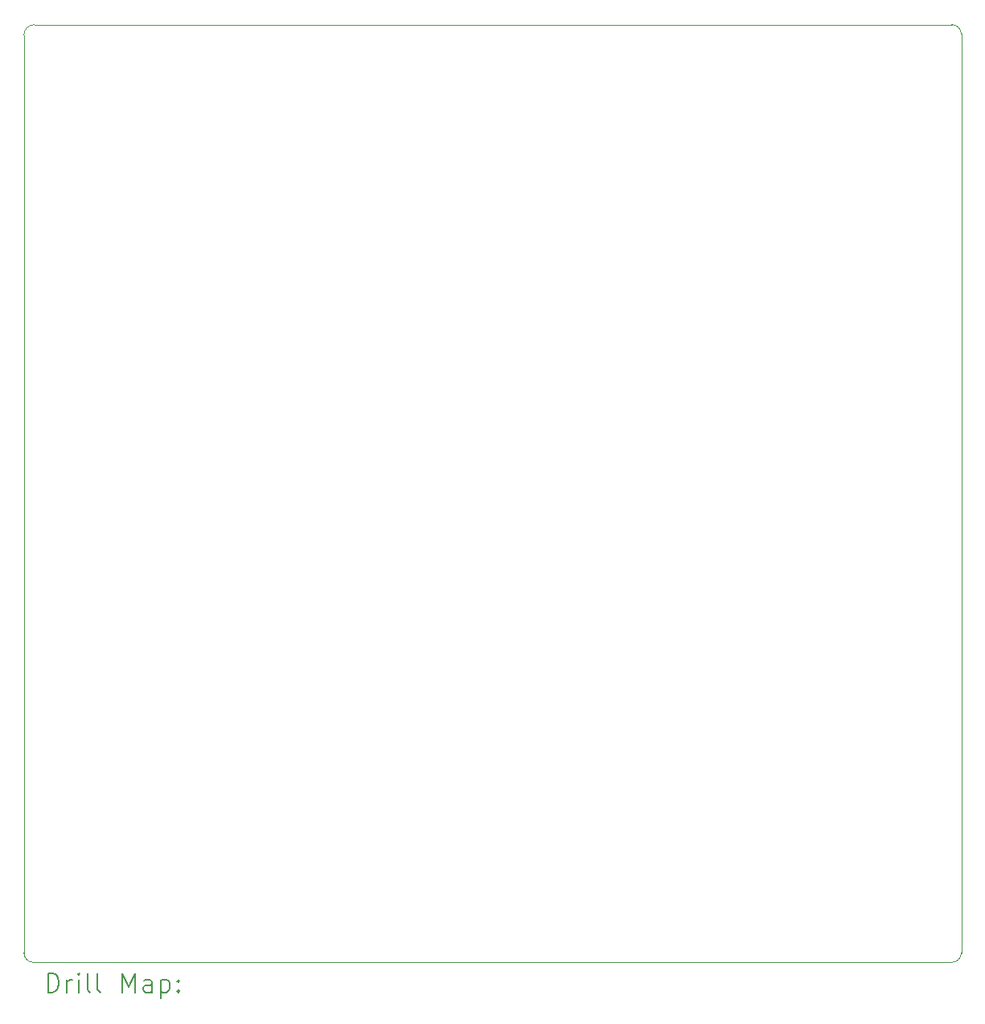
<source format=gbr>
%FSLAX45Y45*%
G04 Gerber Fmt 4.5, Leading zero omitted, Abs format (unit mm)*
G04 Created by KiCad (PCBNEW (6.0.2-0)) date 2022-04-08 21:13:56*
%MOMM*%
%LPD*%
G01*
G04 APERTURE LIST*
%TA.AperFunction,Profile*%
%ADD10C,0.100000*%
%TD*%
%ADD11C,0.200000*%
G04 APERTURE END LIST*
D10*
X18880000Y-3460000D02*
G75*
G03*
X18780000Y-3360000I-100000J0D01*
G01*
X18780000Y-13230000D02*
X9110000Y-13230000D01*
X9010000Y-13130000D02*
G75*
G03*
X9110000Y-13230000I100000J0D01*
G01*
X18780000Y-13230000D02*
G75*
G03*
X18880000Y-13130000I0J100000D01*
G01*
X9120000Y-3360000D02*
G75*
G03*
X9010000Y-3470000I0J-110000D01*
G01*
X9010000Y-13130000D02*
X9010000Y-3470000D01*
X9120000Y-3360000D02*
X18780000Y-3360000D01*
X18880000Y-3460000D02*
X18880000Y-13130000D01*
D11*
X9262619Y-13545476D02*
X9262619Y-13345476D01*
X9310238Y-13345476D01*
X9338810Y-13355000D01*
X9357857Y-13374048D01*
X9367381Y-13393095D01*
X9376905Y-13431190D01*
X9376905Y-13459762D01*
X9367381Y-13497857D01*
X9357857Y-13516905D01*
X9338810Y-13535952D01*
X9310238Y-13545476D01*
X9262619Y-13545476D01*
X9462619Y-13545476D02*
X9462619Y-13412143D01*
X9462619Y-13450238D02*
X9472143Y-13431190D01*
X9481667Y-13421667D01*
X9500714Y-13412143D01*
X9519762Y-13412143D01*
X9586429Y-13545476D02*
X9586429Y-13412143D01*
X9586429Y-13345476D02*
X9576905Y-13355000D01*
X9586429Y-13364524D01*
X9595952Y-13355000D01*
X9586429Y-13345476D01*
X9586429Y-13364524D01*
X9710238Y-13545476D02*
X9691190Y-13535952D01*
X9681667Y-13516905D01*
X9681667Y-13345476D01*
X9815000Y-13545476D02*
X9795952Y-13535952D01*
X9786429Y-13516905D01*
X9786429Y-13345476D01*
X10043571Y-13545476D02*
X10043571Y-13345476D01*
X10110238Y-13488333D01*
X10176905Y-13345476D01*
X10176905Y-13545476D01*
X10357857Y-13545476D02*
X10357857Y-13440714D01*
X10348333Y-13421667D01*
X10329286Y-13412143D01*
X10291190Y-13412143D01*
X10272143Y-13421667D01*
X10357857Y-13535952D02*
X10338810Y-13545476D01*
X10291190Y-13545476D01*
X10272143Y-13535952D01*
X10262619Y-13516905D01*
X10262619Y-13497857D01*
X10272143Y-13478809D01*
X10291190Y-13469286D01*
X10338810Y-13469286D01*
X10357857Y-13459762D01*
X10453095Y-13412143D02*
X10453095Y-13612143D01*
X10453095Y-13421667D02*
X10472143Y-13412143D01*
X10510238Y-13412143D01*
X10529286Y-13421667D01*
X10538810Y-13431190D01*
X10548333Y-13450238D01*
X10548333Y-13507381D01*
X10538810Y-13526428D01*
X10529286Y-13535952D01*
X10510238Y-13545476D01*
X10472143Y-13545476D01*
X10453095Y-13535952D01*
X10634048Y-13526428D02*
X10643571Y-13535952D01*
X10634048Y-13545476D01*
X10624524Y-13535952D01*
X10634048Y-13526428D01*
X10634048Y-13545476D01*
X10634048Y-13421667D02*
X10643571Y-13431190D01*
X10634048Y-13440714D01*
X10624524Y-13431190D01*
X10634048Y-13421667D01*
X10634048Y-13440714D01*
M02*

</source>
